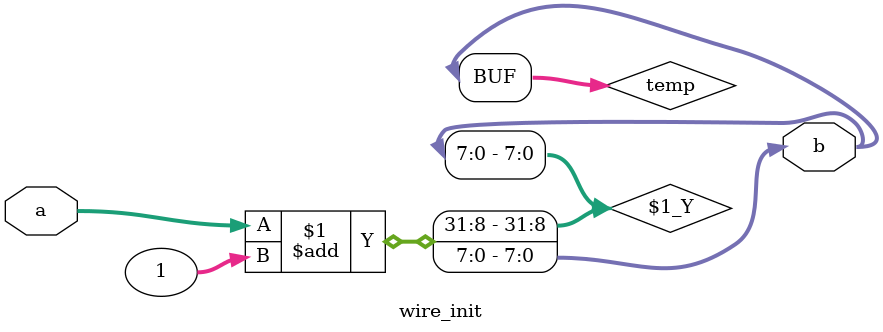
<source format=v>
module wire_init(input [7:0] a, output [7:0] b);
  wire [7:0] temp = a + 1;
  assign b = temp;
endmodule

</source>
